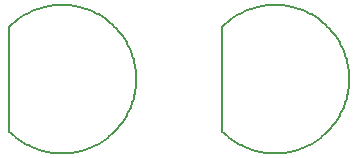
<source format=gbr>
G04 EAGLE Gerber RS-274X export*
G75*
%MOMM*%
%FSLAX34Y34*%
%LPD*%
%INSilkscreen Bottom*%
%IPPOS*%
%AMOC8*
5,1,8,0,0,1.08239X$1,22.5*%
G01*
%ADD10C,0.152400*%


D10*
X116840Y30480D02*
X117944Y29402D01*
X119074Y28352D01*
X120230Y27330D01*
X121411Y26337D01*
X122615Y25373D01*
X123843Y24439D01*
X125094Y23535D01*
X126366Y22662D01*
X127659Y21821D01*
X128972Y21011D01*
X130305Y20235D01*
X131657Y19491D01*
X133027Y18780D01*
X134413Y18103D01*
X135816Y17461D01*
X137234Y16853D01*
X138666Y16280D01*
X140112Y15743D01*
X141571Y15241D01*
X143042Y14775D01*
X144524Y14345D01*
X146016Y13952D01*
X147517Y13595D01*
X149026Y13276D01*
X150543Y12993D01*
X152066Y12748D01*
X153595Y12541D01*
X155128Y12371D01*
X156666Y12238D01*
X158206Y12144D01*
X159747Y12087D01*
X161290Y12068D01*
X162833Y12087D01*
X164374Y12144D01*
X165914Y12238D01*
X167452Y12371D01*
X168985Y12541D01*
X170514Y12748D01*
X172037Y12993D01*
X173554Y13276D01*
X175063Y13595D01*
X176564Y13952D01*
X178056Y14345D01*
X179538Y14775D01*
X181009Y15241D01*
X182468Y15743D01*
X183914Y16280D01*
X185346Y16853D01*
X186764Y17461D01*
X188167Y18103D01*
X189553Y18780D01*
X190923Y19491D01*
X192275Y20235D01*
X193608Y21011D01*
X194921Y21821D01*
X196214Y22662D01*
X197486Y23535D01*
X198737Y24439D01*
X199965Y25373D01*
X201169Y26337D01*
X202350Y27330D01*
X203506Y28352D01*
X204636Y29402D01*
X205740Y30480D01*
X206818Y31584D01*
X207868Y32714D01*
X208890Y33870D01*
X209883Y35051D01*
X210847Y36255D01*
X211781Y37483D01*
X212685Y38734D01*
X213558Y40006D01*
X214399Y41299D01*
X215209Y42612D01*
X215985Y43945D01*
X216729Y45297D01*
X217440Y46667D01*
X218117Y48053D01*
X218759Y49456D01*
X219367Y50874D01*
X219940Y52306D01*
X220477Y53752D01*
X220979Y55211D01*
X221445Y56682D01*
X221875Y58164D01*
X222268Y59656D01*
X222625Y61157D01*
X222944Y62666D01*
X223227Y64183D01*
X223472Y65706D01*
X223679Y67235D01*
X223849Y68768D01*
X223982Y70306D01*
X224076Y71846D01*
X224133Y73387D01*
X224152Y74930D01*
X224133Y76473D01*
X224076Y78014D01*
X223982Y79554D01*
X223849Y81092D01*
X223679Y82625D01*
X223472Y84154D01*
X223227Y85677D01*
X222944Y87194D01*
X222625Y88703D01*
X222268Y90204D01*
X221875Y91696D01*
X221445Y93178D01*
X220979Y94649D01*
X220477Y96108D01*
X219940Y97554D01*
X219367Y98986D01*
X218759Y100404D01*
X218117Y101807D01*
X217440Y103193D01*
X216729Y104563D01*
X215985Y105915D01*
X215209Y107248D01*
X214399Y108561D01*
X213558Y109854D01*
X212685Y111126D01*
X211781Y112377D01*
X210847Y113605D01*
X209883Y114809D01*
X208890Y115990D01*
X207868Y117146D01*
X206818Y118276D01*
X205740Y119380D01*
X204636Y120458D01*
X203506Y121508D01*
X202350Y122530D01*
X201169Y123523D01*
X199965Y124487D01*
X198737Y125421D01*
X197486Y126325D01*
X196214Y127198D01*
X194921Y128039D01*
X193608Y128849D01*
X192275Y129625D01*
X190923Y130369D01*
X189553Y131080D01*
X188167Y131757D01*
X186764Y132399D01*
X185346Y133007D01*
X183914Y133580D01*
X182468Y134117D01*
X181009Y134619D01*
X179538Y135085D01*
X178056Y135515D01*
X176564Y135908D01*
X175063Y136265D01*
X173554Y136584D01*
X172037Y136867D01*
X170514Y137112D01*
X168985Y137319D01*
X167452Y137489D01*
X165914Y137622D01*
X164374Y137716D01*
X162833Y137773D01*
X161290Y137792D01*
X159747Y137773D01*
X158206Y137716D01*
X156666Y137622D01*
X155128Y137489D01*
X153595Y137319D01*
X152066Y137112D01*
X150543Y136867D01*
X149026Y136584D01*
X147517Y136265D01*
X146016Y135908D01*
X144524Y135515D01*
X143042Y135085D01*
X141571Y134619D01*
X140112Y134117D01*
X138666Y133580D01*
X137234Y133007D01*
X135816Y132399D01*
X134413Y131757D01*
X133027Y131080D01*
X131657Y130369D01*
X130305Y129625D01*
X128972Y128849D01*
X127659Y128039D01*
X126366Y127198D01*
X125094Y126325D01*
X123843Y125421D01*
X122615Y124487D01*
X121411Y123523D01*
X120230Y122530D01*
X119074Y121508D01*
X117944Y120458D01*
X116840Y119380D01*
X116840Y30480D01*
X297180Y30480D02*
X297180Y119380D01*
X298284Y120458D01*
X299414Y121508D01*
X300570Y122530D01*
X301751Y123523D01*
X302955Y124487D01*
X304183Y125421D01*
X305434Y126325D01*
X306706Y127198D01*
X307999Y128039D01*
X309312Y128849D01*
X310645Y129625D01*
X311997Y130369D01*
X313367Y131080D01*
X314753Y131757D01*
X316156Y132399D01*
X317574Y133007D01*
X319006Y133580D01*
X320452Y134117D01*
X321911Y134619D01*
X323382Y135085D01*
X324864Y135515D01*
X326356Y135908D01*
X327857Y136265D01*
X329366Y136584D01*
X330883Y136867D01*
X332406Y137112D01*
X333935Y137319D01*
X335468Y137489D01*
X337006Y137622D01*
X338546Y137716D01*
X340087Y137773D01*
X341630Y137792D01*
X343173Y137773D01*
X344714Y137716D01*
X346254Y137622D01*
X347792Y137489D01*
X349325Y137319D01*
X350854Y137112D01*
X352377Y136867D01*
X353894Y136584D01*
X355403Y136265D01*
X356904Y135908D01*
X358396Y135515D01*
X359878Y135085D01*
X361349Y134619D01*
X362808Y134117D01*
X364254Y133580D01*
X365686Y133007D01*
X367104Y132399D01*
X368507Y131757D01*
X369893Y131080D01*
X371263Y130369D01*
X372615Y129625D01*
X373948Y128849D01*
X375261Y128039D01*
X376554Y127198D01*
X377826Y126325D01*
X379077Y125421D01*
X380305Y124487D01*
X381509Y123523D01*
X382690Y122530D01*
X383846Y121508D01*
X384976Y120458D01*
X386080Y119380D01*
X387158Y118276D01*
X388208Y117146D01*
X389230Y115990D01*
X390223Y114809D01*
X391187Y113605D01*
X392121Y112377D01*
X393025Y111126D01*
X393898Y109854D01*
X394739Y108561D01*
X395549Y107248D01*
X396325Y105915D01*
X397069Y104563D01*
X397780Y103193D01*
X398457Y101807D01*
X399099Y100404D01*
X399707Y98986D01*
X400280Y97554D01*
X400817Y96108D01*
X401319Y94649D01*
X401785Y93178D01*
X402215Y91696D01*
X402608Y90204D01*
X402965Y88703D01*
X403284Y87194D01*
X403567Y85677D01*
X403812Y84154D01*
X404019Y82625D01*
X404189Y81092D01*
X404322Y79554D01*
X404416Y78014D01*
X404473Y76473D01*
X404492Y74930D01*
X404473Y73387D01*
X404416Y71846D01*
X404322Y70306D01*
X404189Y68768D01*
X404019Y67235D01*
X403812Y65706D01*
X403567Y64183D01*
X403284Y62666D01*
X402965Y61157D01*
X402608Y59656D01*
X402215Y58164D01*
X401785Y56682D01*
X401319Y55211D01*
X400817Y53752D01*
X400280Y52306D01*
X399707Y50874D01*
X399099Y49456D01*
X398457Y48053D01*
X397780Y46667D01*
X397069Y45297D01*
X396325Y43945D01*
X395549Y42612D01*
X394739Y41299D01*
X393898Y40006D01*
X393025Y38734D01*
X392121Y37483D01*
X391187Y36255D01*
X390223Y35051D01*
X389230Y33870D01*
X388208Y32714D01*
X387158Y31584D01*
X386080Y30480D01*
X384976Y29402D01*
X383846Y28352D01*
X382690Y27330D01*
X381509Y26337D01*
X380305Y25373D01*
X379077Y24439D01*
X377826Y23535D01*
X376554Y22662D01*
X375261Y21821D01*
X373948Y21011D01*
X372615Y20235D01*
X371263Y19491D01*
X369893Y18780D01*
X368507Y18103D01*
X367104Y17461D01*
X365686Y16853D01*
X364254Y16280D01*
X362808Y15743D01*
X361349Y15241D01*
X359878Y14775D01*
X358396Y14345D01*
X356904Y13952D01*
X355403Y13595D01*
X353894Y13276D01*
X352377Y12993D01*
X350854Y12748D01*
X349325Y12541D01*
X347792Y12371D01*
X346254Y12238D01*
X344714Y12144D01*
X343173Y12087D01*
X341630Y12068D01*
X340087Y12087D01*
X338546Y12144D01*
X337006Y12238D01*
X335468Y12371D01*
X333935Y12541D01*
X332406Y12748D01*
X330883Y12993D01*
X329366Y13276D01*
X327857Y13595D01*
X326356Y13952D01*
X324864Y14345D01*
X323382Y14775D01*
X321911Y15241D01*
X320452Y15743D01*
X319006Y16280D01*
X317574Y16853D01*
X316156Y17461D01*
X314753Y18103D01*
X313367Y18780D01*
X311997Y19491D01*
X310645Y20235D01*
X309312Y21011D01*
X307999Y21821D01*
X306706Y22662D01*
X305434Y23535D01*
X304183Y24439D01*
X302955Y25373D01*
X301751Y26337D01*
X300570Y27330D01*
X299414Y28352D01*
X298284Y29402D01*
X297180Y30480D01*
M02*

</source>
